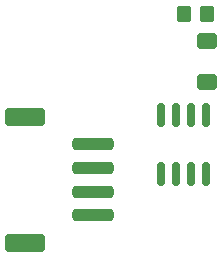
<source format=gbr>
%TF.GenerationSoftware,KiCad,Pcbnew,7.0.6*%
%TF.CreationDate,2023-08-01T20:56:41-04:00*%
%TF.ProjectId,mcumod-am8,6d63756d-6f64-42d6-916d-382e6b696361,rev?*%
%TF.SameCoordinates,Original*%
%TF.FileFunction,Paste,Bot*%
%TF.FilePolarity,Positive*%
%FSLAX46Y46*%
G04 Gerber Fmt 4.6, Leading zero omitted, Abs format (unit mm)*
G04 Created by KiCad (PCBNEW 7.0.6) date 2023-08-01 20:56:41*
%MOMM*%
%LPD*%
G01*
G04 APERTURE LIST*
G04 Aperture macros list*
%AMRoundRect*
0 Rectangle with rounded corners*
0 $1 Rounding radius*
0 $2 $3 $4 $5 $6 $7 $8 $9 X,Y pos of 4 corners*
0 Add a 4 corners polygon primitive as box body*
4,1,4,$2,$3,$4,$5,$6,$7,$8,$9,$2,$3,0*
0 Add four circle primitives for the rounded corners*
1,1,$1+$1,$2,$3*
1,1,$1+$1,$4,$5*
1,1,$1+$1,$6,$7*
1,1,$1+$1,$8,$9*
0 Add four rect primitives between the rounded corners*
20,1,$1+$1,$2,$3,$4,$5,0*
20,1,$1+$1,$4,$5,$6,$7,0*
20,1,$1+$1,$6,$7,$8,$9,0*
20,1,$1+$1,$8,$9,$2,$3,0*%
G04 Aperture macros list end*
%ADD10RoundRect,0.150000X-0.150000X0.825000X-0.150000X-0.825000X0.150000X-0.825000X0.150000X0.825000X0*%
%ADD11RoundRect,0.250000X0.350000X0.450000X-0.350000X0.450000X-0.350000X-0.450000X0.350000X-0.450000X0*%
%ADD12RoundRect,0.250000X1.500000X-0.250000X1.500000X0.250000X-1.500000X0.250000X-1.500000X-0.250000X0*%
%ADD13RoundRect,0.250001X1.449999X-0.499999X1.449999X0.499999X-1.449999X0.499999X-1.449999X-0.499999X0*%
%ADD14RoundRect,0.250000X0.600000X-0.400000X0.600000X0.400000X-0.600000X0.400000X-0.600000X-0.400000X0*%
G04 APERTURE END LIST*
D10*
%TO.C,U3*%
X113595000Y-117525000D03*
X114865000Y-117525000D03*
X116135000Y-117525000D03*
X117405000Y-117525000D03*
X117405000Y-122475000D03*
X116135000Y-122475000D03*
X114865000Y-122475000D03*
X113595000Y-122475000D03*
%TD*%
D11*
%TO.C,R1*%
X117500000Y-109000000D03*
X115500000Y-109000000D03*
%TD*%
D12*
%TO.C,J3*%
X107850000Y-126000000D03*
X107850000Y-124000000D03*
X107850000Y-122000000D03*
X107850000Y-120000000D03*
D13*
X102100000Y-117650000D03*
X102100000Y-128350000D03*
%TD*%
D14*
%TO.C,D1*%
X117500000Y-114750000D03*
X117500000Y-111250000D03*
%TD*%
M02*

</source>
